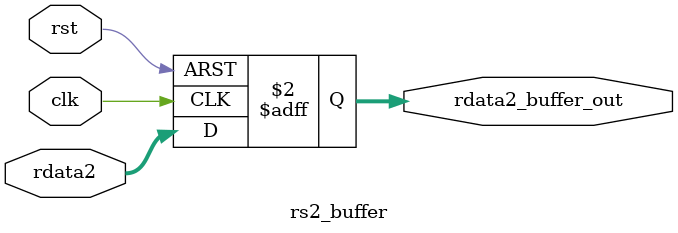
<source format=sv>
module rs2_buffer(
    input logic clk,
    input logic rst,
    input logic [31:0] rdata2,
    output logic [31:0] rdata2_buffer_out
);

always_ff @(posedge clk or posedge rst) begin
    if (rst) begin
      rdata2_buffer_out <= 32'b0;
    end else begin
      rdata2_buffer_out <= rdata2;
    end
  end
endmodule

</source>
